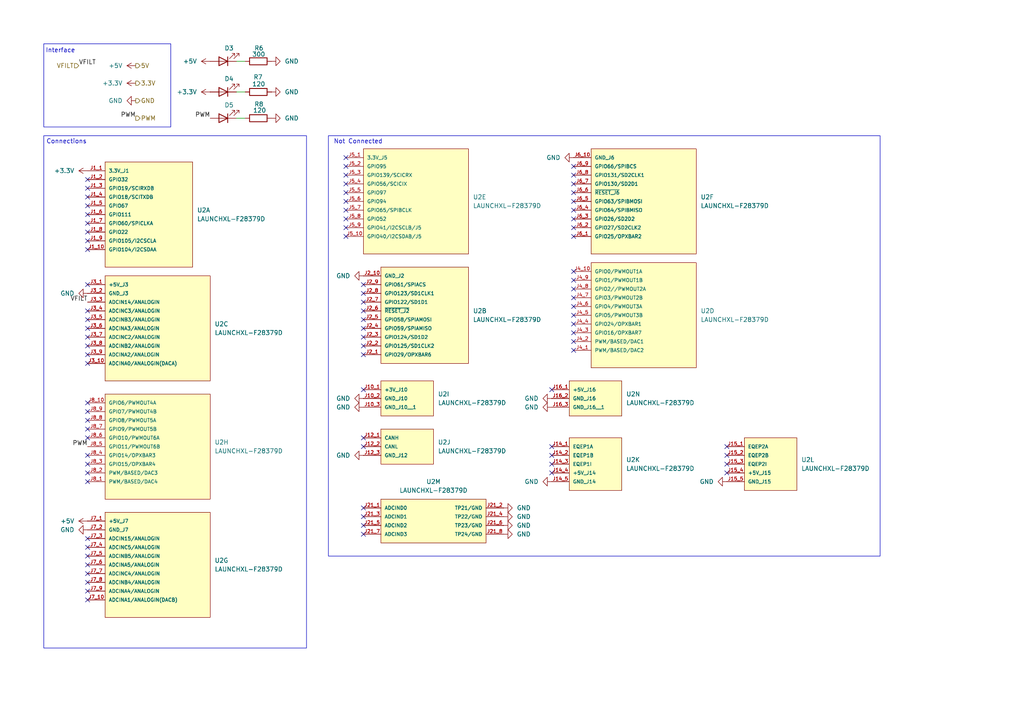
<source format=kicad_sch>
(kicad_sch (version 20231120) (generator "eeschema") (generator_version "8.0")
  (paper "A4")
  (title_block (title "Buck Converter") (date "2025-01-11") (rev "V0") (company "Adam DePinto & Adam Giannetti"))
  (lib_symbols
    (symbol "Device:R" (pin_numbers hide) (pin_names (offset 0))
      (property "Reference" "R" (at 2.032 0 90))
      (property "Value" "R" (at 0 0 90))
      (symbol "R_0_1"
        (rectangle (start -1.016 -2.54) (end 1.016 2.54) (stroke (width 0.254)))
      )
      (symbol "R_1_1"
        (pin passive line (at 0 3.81 270) (length 1.27) (name "~") (number "1"))
        (pin passive line (at 0 -3.81 90) (length 1.27) (name "~") (number "2"))
      )
    )
    (symbol "LAUNCHXL-F28379D:LAUNCHXL-F28379D" (pin_names (offset 1.016))
      (property "Reference" "U" (at -12.2428 15.9258 0))
      (property "Value" "LAUNCHXL-F28379D" (at -12.7 -17.272 0))
      (symbol "LAUNCHXL-F28379D_1_0"
        (rectangle (start -12.7 -15.24) (end 12.7 15.24) (stroke (width 0.1524)) (fill (type background)))
        (pin power_in line (at -17.78 12.7 0) (length 5.08) (name "3.3V_J1") (number "J1_1"))
        (pin bidirectional line (at -17.78 -10.16 0) (length 5.08) (name "GPIO104/I2CSDAA") (number "J1_10"))
        (pin bidirectional line (at -17.78 10.16 0) (length 5.08) (name "GPIO32") (number "J1_2"))
        (pin bidirectional line (at -17.78 7.62 0) (length 5.08) (name "GPIO19/SCIRXDB") (number "J1_3"))
        (pin bidirectional line (at -17.78 5.08 0) (length 5.08) (name "GPIO18/SCITXDB") (number "J1_4"))
        (pin bidirectional line (at -17.78 2.54 0) (length 5.08) (name "GPIO67") (number "J1_5"))
        (pin bidirectional line (at -17.78 0 0) (length 5.08) (name "GPIO111") (number "J1_6"))
        (pin bidirectional line (at -17.78 -2.54 0) (length 5.08) (name "GPIO60/SPICLKA") (number "J1_7"))
        (pin bidirectional line (at -17.78 -5.08 0) (length 5.08) (name "GPIO22") (number "J1_8"))
        (pin bidirectional line (at -17.78 -7.62 0) (length 5.08) (name "GPIO105/I2CSCLA") (number "J1_9"))
      )
      (symbol "LAUNCHXL-F28379D_2_0"
        (rectangle (start -12.7 -12.7) (end 12.7 15.24) (stroke (width 0.1524)) (fill (type background)))
        (pin bidirectional line (at -17.78 -10.16 0) (length 5.08) (name "GPIO29/OPXBAR6") (number "J2_1"))
        (pin power_in line (at -17.78 12.7 0) (length 5.08) (name "GND_J2") (number "J2_10"))
        (pin bidirectional line (at -17.78 -7.62 0) (length 5.08) (name "GPIO125/SD1CLK2") (number "J2_2"))
        (pin bidirectional line (at -17.78 -5.08 0) (length 5.08) (name "GPIO124/SD1D2") (number "J2_3"))
        (pin bidirectional line (at -17.78 -2.54 0) (length 5.08) (name "GPIO59/SPIAMISO") (number "J2_4"))
        (pin bidirectional line (at -17.78 0 0) (length 5.08) (name "GPIO58/SPIAMOSI") (number "J2_5"))
        (pin bidirectional line (at -17.78 2.54 0) (length 5.08) (name "~{RESET_J2}") (number "J2_6"))
        (pin bidirectional line (at -17.78 5.08 0) (length 5.08) (name "GPIO122/SD1D1") (number "J2_7"))
        (pin bidirectional line (at -17.78 7.62 0) (length 5.08) (name "GPIO123/SD1CLK1") (number "J2_8"))
        (pin bidirectional line (at -17.78 10.16 0) (length 5.08) (name "GPIO61/SPIACS") (number "J2_9"))
      )
      (symbol "LAUNCHXL-F28379D_3_0"
        (rectangle (start -15.24 -15.24) (end 15.24 15.24) (stroke (width 0.1524)) (fill (type background)))
        (pin power_in line (at -20.32 12.7 0) (length 5.08) (name "+5V_J3") (number "J3_1"))
        (pin bidirectional line (at -20.32 -10.16 0) (length 5.08) (name "ADCINA0/ANALOGIN(DACA)") (number "J3_10"))
        (pin power_in line (at -20.32 10.16 0) (length 5.08) (name "GND_J3") (number "J3_2"))
        (pin bidirectional line (at -20.32 7.62 0) (length 5.08) (name "ADCIN14/ANALOGIN") (number "J3_3"))
        (pin bidirectional line (at -20.32 5.08 0) (length 5.08) (name "ADCINC3/ANALOGIN") (number "J3_4"))
        (pin bidirectional line (at -20.32 2.54 0) (length 5.08) (name "ADCINB3/ANALOGIN") (number "J3_5"))
        (pin bidirectional line (at -20.32 0 0) (length 5.08) (name "ADCINA3/ANALOGIN") (number "J3_6"))
        (pin bidirectional line (at -20.32 -2.54 0) (length 5.08) (name "ADCINC2/ANALOGIN") (number "J3_7"))
        (pin bidirectional line (at -20.32 -5.08 0) (length 5.08) (name "ADCINB2/ANALOGIN") (number "J3_8"))
        (pin bidirectional line (at -20.32 -7.62 0) (length 5.08) (name "ADCINA2/ANALOGIN") (number "J3_9"))
      )
      (symbol "LAUNCHXL-F28379D_4_0"
        (rectangle (start -15.24 -15.24) (end 15.24 15.24) (stroke (width 0.1524)) (fill (type background)))
        (pin bidirectional line (at -20.32 -10.16 0) (length 5.08) (name "PWM/BASED/DAC2") (number "J4_1"))
        (pin bidirectional line (at -20.32 12.7 0) (length 5.08) (name "GPIO0/PWMOUT1A") (number "J4_10"))
        (pin bidirectional line (at -20.32 -7.62 0) (length 5.08) (name "PWM/BASED/DAC1") (number "J4_2"))
        (pin bidirectional line (at -20.32 -5.08 0) (length 5.08) (name "GPIO16/OPXBAR7") (number "J4_3"))
        (pin bidirectional line (at -20.32 -2.54 0) (length 5.08) (name "GPIO24/OPXBAR1") (number "J4_4"))
        (pin bidirectional line (at -20.32 0 0) (length 5.08) (name "GPIO5/PWMOUT3B") (number "J4_5"))
        (pin bidirectional line (at -20.32 2.54 0) (length 5.08) (name "GPIO4/PWMOUT3A") (number "J4_6"))
        (pin bidirectional line (at -20.32 5.08 0) (length 5.08) (name "GPIO3/PWMOUT2B") (number "J4_7"))
        (pin bidirectional line (at -20.32 7.62 0) (length 5.08) (name "GPIO2//PWMOUT2A") (number "J4_8"))
        (pin bidirectional line (at -20.32 10.16 0) (length 5.08) (name "GPIO1/PWMOUT1B") (number "J4_9"))
      )
      (symbol "LAUNCHXL-F28379D_5_0"
        (rectangle (start -15.24 -15.24) (end 15.24 15.24) (stroke (width 0.1524)) (fill (type background)))
        (pin power_in line (at -20.32 12.7 0) (length 5.08) (name "3.3V_J5") (number "J5_1"))
        (pin bidirectional line (at -20.32 -10.16 0) (length 5.08) (name "GPIO40/I2CSDAB/J5") (number "J5_10"))
        (pin bidirectional line (at -20.32 10.16 0) (length 5.08) (name "GPIO95") (number "J5_2"))
        (pin bidirectional line (at -20.32 7.62 0) (length 5.08) (name "GPIO139/SCICRX") (number "J5_3"))
        (pin bidirectional line (at -20.32 5.08 0) (length 5.08) (name "GPIO56/SCICIX") (number "J5_4"))
        (pin bidirectional line (at -20.32 2.54 0) (length 5.08) (name "GPIO97") (number "J5_5"))
        (pin bidirectional line (at -20.32 0 0) (length 5.08) (name "GPIO94") (number "J5_6"))
        (pin bidirectional line (at -20.32 -2.54 0) (length 5.08) (name "GPIO65/SPIBCLK") (number "J5_7"))
        (pin bidirectional line (at -20.32 -5.08 0) (length 5.08) (name "GPIO52") (number "J5_8"))
        (pin bidirectional line (at -20.32 -7.62 0) (length 5.08) (name "GPIO41/I2CSCLB/J5") (number "J5_9"))
      )
      (symbol "LAUNCHXL-F28379D_6_0"
        (rectangle (start -15.24 -15.24) (end 15.24 15.24) (stroke (width 0.1524)) (fill (type background)))
        (pin bidirectional line (at -20.32 -10.16 0) (length 5.08) (name "GPIO25/OPXBAR2") (number "J6_1"))
        (pin power_in line (at -20.32 12.7 0) (length 5.08) (name "GND_J6") (number "J6_10"))
        (pin bidirectional line (at -20.32 -7.62 0) (length 5.08) (name "GPIO27/SD2CLK2") (number "J6_2"))
        (pin bidirectional line (at -20.32 -5.08 0) (length 5.08) (name "GPIO26/SD2D2") (number "J6_3"))
        (pin bidirectional line (at -20.32 -2.54 0) (length 5.08) (name "GPIO64/SPIBMISO") (number "J6_4"))
        (pin bidirectional line (at -20.32 0 0) (length 5.08) (name "GPIO63/SPIBMOSI") (number "J6_5"))
        (pin bidirectional line (at -20.32 2.54 0) (length 5.08) (name "~{RESET_J6}") (number "J6_6"))
        (pin bidirectional line (at -20.32 5.08 0) (length 5.08) (name "GPIO130/SD2D1") (number "J6_7"))
        (pin bidirectional line (at -20.32 7.62 0) (length 5.08) (name "GPIO131/SD2CLK1") (number "J6_8"))
        (pin bidirectional line (at -20.32 10.16 0) (length 5.08) (name "GPIO66/SPIBCS") (number "J6_9"))
      )
      (symbol "LAUNCHXL-F28379D_7_0"
        (rectangle (start -15.24 -15.24) (end 15.24 15.24) (stroke (width 0.1524)) (fill (type background)))
        (pin power_in line (at -20.32 12.7 0) (length 5.08) (name "+5V_J7") (number "J7_1"))
        (pin bidirectional line (at -20.32 -10.16 0) (length 5.08) (name "ADCINA1/ANALOGIN(DACB)") (number "J7_10"))
        (pin power_in line (at -20.32 10.16 0) (length 5.08) (name "GND_J7") (number "J7_2"))
        (pin bidirectional line (at -20.32 7.62 0) (length 5.08) (name "ADCIN15/ANALOGIN") (number "J7_3"))
        (pin bidirectional line (at -20.32 5.08 0) (length 5.08) (name "ADCINC5/ANALOGIN") (number "J7_4"))
        (pin bidirectional line (at -20.32 2.54 0) (length 5.08) (name "ADCINB5/ANALOGIN") (number "J7_5"))
        (pin bidirectional line (at -20.32 0 0) (length 5.08) (name "ADCINA5/ANALOGIN") (number "J7_6"))
        (pin bidirectional line (at -20.32 -2.54 0) (length 5.08) (name "ADCINC4/ANALOGIN") (number "J7_7"))
        (pin bidirectional line (at -20.32 -5.08 0) (length 5.08) (name "ADCINB4/ANALOGIN") (number "J7_8"))
        (pin bidirectional line (at -20.32 -7.62 0) (length 5.08) (name "ADCINA4/ANALOGIN") (number "J7_9"))
      )
      (symbol "LAUNCHXL-F28379D_8_0"
        (rectangle (start -15.24 -15.24) (end 15.24 15.24) (stroke (width 0.1524)) (fill (type background)))
        (pin bidirectional line (at -20.32 -10.16 0) (length 5.08) (name "PWM/BASED/DAC4") (number "J8_1"))
        (pin bidirectional line (at -20.32 12.7 0) (length 5.08) (name "GPIO6/PWMOUT4A") (number "J8_10"))
        (pin bidirectional line (at -20.32 -7.62 0) (length 5.08) (name "PWM/BASED/DAC3") (number "J8_2"))
        (pin bidirectional line (at -20.32 -5.08 0) (length 5.08) (name "GPIO15/OPXBAR4") (number "J8_3"))
        (pin bidirectional line (at -20.32 -2.54 0) (length 5.08) (name "GPIO14/OPXBAR3") (number "J8_4"))
        (pin bidirectional line (at -20.32 0 0) (length 5.08) (name "GPIO11/PWMOUT6B") (number "J8_5"))
        (pin bidirectional line (at -20.32 2.54 0) (length 5.08) (name "GPIO10/PWMOUT6A") (number "J8_6"))
        (pin bidirectional line (at -20.32 5.08 0) (length 5.08) (name "GPIO9/PWMOUT5B") (number "J8_7"))
        (pin bidirectional line (at -20.32 7.62 0) (length 5.08) (name "GPIO8/PWMOUT5A") (number "J8_8"))
        (pin bidirectional line (at -20.32 10.16 0) (length 5.08) (name "GPIO7/PWMOUT4B") (number "J8_9"))
      )
      (symbol "LAUNCHXL-F28379D_9_0"
        (rectangle (start -7.62 -7.62) (end 7.62 2.54) (stroke (width 0.1524)) (fill (type background)))
        (pin power_in line (at -12.7 0 0) (length 5.08) (name "+3V_J10") (number "J10_1"))
        (pin power_in line (at -12.7 -2.54 0) (length 5.08) (name "GND_J10") (number "J10_2"))
        (pin power_in line (at -12.7 -5.08 0) (length 5.08) (name "GND_J10__1") (number "J10_3"))
      )
      (symbol "LAUNCHXL-F28379D_10_0"
        (rectangle (start -7.62 -5.08) (end 7.62 5.08) (stroke (width 0.1524)) (fill (type background)))
        (pin bidirectional line (at -12.7 2.54 0) (length 5.08) (name "CANH") (number "J12_1"))
        (pin bidirectional line (at -12.7 0 0) (length 5.08) (name "CANL") (number "J12_2"))
        (pin power_in line (at -12.7 -2.54 0) (length 5.08) (name "GND_J12") (number "J12_3"))
      )
      (symbol "LAUNCHXL-F28379D_11_0"
        (rectangle (start -7.62 -7.62) (end 7.62 7.62) (stroke (width 0.1524)) (fill (type background)))
        (pin bidirectional line (at -12.7 5.08 0) (length 5.08) (name "EQEP1A") (number "J14_1"))
        (pin bidirectional line (at -12.7 2.54 0) (length 5.08) (name "EQEP1B") (number "J14_2"))
        (pin bidirectional line (at -12.7 0 0) (length 5.08) (name "EQEP1I") (number "J14_3"))
        (pin power_in line (at -12.7 -2.54 0) (length 5.08) (name "+5V_J14") (number "J14_4"))
        (pin power_in line (at -12.7 -5.08 0) (length 5.08) (name "GND_J14") (number "J14_5"))
      )
      (symbol "LAUNCHXL-F28379D_12_0"
        (rectangle (start -7.62 -7.62) (end 7.62 7.62) (stroke (width 0.1524)) (fill (type background)))
        (pin bidirectional line (at -12.7 5.08 0) (length 5.08) (name "EQEP2A") (number "J15_1"))
        (pin bidirectional line (at -12.7 2.54 0) (length 5.08) (name "EQEP2B") (number "J15_2"))
        (pin bidirectional line (at -12.7 0 0) (length 5.08) (name "EQEP2I") (number "J15_3"))
        (pin power_in line (at -12.7 -2.54 0) (length 5.08) (name "+5V_J15") (number "J15_4"))
        (pin power_in line (at -12.7 -5.08 0) (length 5.08) (name "GND_J15") (number "J15_5"))
      )
      (symbol "LAUNCHXL-F28379D_13_0"
        (rectangle (start -15.24 -7.62) (end 15.24 5.08) (stroke (width 0.1524)) (fill (type background)))
        (pin input line (at -20.32 2.54 0) (length 5.08) (name "ADCIND0") (number "J21_1"))
        (pin power_in line (at 20.32 2.54 180) (length 5.08) (name "TP21/GND") (number "J21_2"))
        (pin input line (at -20.32 0 0) (length 5.08) (name "ADCIND1") (number "J21_3"))
        (pin power_in line (at 20.32 0 180) (length 5.08) (name "TP22/GND") (number "J21_4"))
        (pin input line (at -20.32 -2.54 0) (length 5.08) (name "ADCIND2") (number "J21_5"))
        (pin power_in line (at 20.32 -2.54 180) (length 5.08) (name "TP23/GND") (number "J21_6"))
        (pin input line (at -20.32 -5.08 0) (length 5.08) (name "ADCIND3") (number "J21_7"))
        (pin power_in line (at 20.32 -5.08 180) (length 5.08) (name "TP24/GND") (number "J21_8"))
      )
      (symbol "LAUNCHXL-F28379D_14_0"
        (rectangle (start -7.62 -5.08) (end 7.62 5.08) (stroke (width 0.1524)) (fill (type background)))
        (pin power_in line (at -12.7 2.54 0) (length 5.08) (name "+5V_J16") (number "J16_1"))
        (pin power_in line (at -12.7 0 0) (length 5.08) (name "GND_J16") (number "J16_2"))
        (pin power_in line (at -12.7 -2.54 0) (length 5.08) (name "GND_J16__1") (number "J16_3"))
      )
    )
    (symbol "LED:IR26-21C_L110_TR8" (pin_numbers hide) (pin_names (offset 1.016) hide)
      (property "Reference" "D" (at 0 2.54 0))
      (property "Value" "IR26-21C_L110_TR8" (at 0 -3.81 0))
      (symbol "IR26-21C_L110_TR8_0_1"
        (polyline (pts (xy -1.27 -1.27) (xy -1.27 1.27)) (stroke (width 0.254)))
        (polyline (pts (xy -1.27 0) (xy 1.27 0)))
        (polyline (pts (xy 1.27 -1.27) (xy 1.27 1.27) (xy -1.27 0) (xy 1.27 -1.27)) (stroke (width 0.254)))
        (polyline (pts (xy -3.048 -0.762) (xy -4.572 -2.286) (xy -3.81 -2.286) (xy -4.572 -2.286) (xy -4.572 -1.524)))
        (polyline (pts (xy -1.778 -0.762) (xy -3.302 -2.286) (xy -2.54 -2.286) (xy -3.302 -2.286) (xy -3.302 -1.524)))
      )
      (symbol "IR26-21C_L110_TR8_1_1"
        (pin passive line (at -3.81 0 0) (length 2.54) (name "K") (number "1"))
        (pin passive line (at 3.81 0 180) (length 2.54) (name "A") (number "2"))
      )
    )
    (symbol "power:+3.3V" (power) (pin_numbers hide) (pin_names (offset 0) hide)
      (property "Value" "+3.3V" (at 0 3.556 0))
      (symbol "+3.3V_0_1"
        (polyline (pts (xy -0.762 1.27) (xy 0 2.54)))
        (polyline (pts (xy 0 0) (xy 0 2.54)))
        (polyline (pts (xy 0 2.54) (xy 0.762 1.27)))
      )
      (symbol "+3.3V_1_1"
        (pin power_in line (at 0 0 90) (length 0) (name "~") (number "1"))
      )
    )
    (symbol "power:+5V" (power) (pin_numbers hide) (pin_names (offset 0) hide)
      (property "Value" "+5V" (at 0 3.556 0))
      (symbol "+5V_0_1"
        (polyline (pts (xy -0.762 1.27) (xy 0 2.54)))
        (polyline (pts (xy 0 0) (xy 0 2.54)))
        (polyline (pts (xy 0 2.54) (xy 0.762 1.27)))
      )
      (symbol "+5V_1_1"
        (pin power_in line (at 0 0 90) (length 0) (name "~") (number "1"))
      )
    )
    (symbol "power:GND" (power) (pin_numbers hide) (pin_names (offset 0) hide)
      (property "Value" "GND" (at 0 -3.81 0))
      (symbol "GND_0_1"
        (polyline (pts (xy 0 0) (xy 0 -1.27) (xy 1.27 -1.27) (xy 0 -2.54) (xy -1.27 -1.27) (xy 0 -1.27)))
      )
      (symbol "GND_1_1"
        (pin power_in line (at 0 0 270) (length 0) (name "~") (number "1"))
      )
    )
  )
  (no_connect (at 25.4 166.37))
  (no_connect (at 25.4 95.25))
  (no_connect (at 166.37 86.36))
  (no_connect (at 100.33 66.04))
  (no_connect (at 105.41 154.94))
  (no_connect (at 105.41 90.17))
  (no_connect (at 210.82 132.08))
  (no_connect (at 166.37 78.74))
  (no_connect (at 210.82 134.62))
  (no_connect (at 166.37 63.5))
  (no_connect (at 166.37 81.28))
  (no_connect (at 105.41 113.03))
  (no_connect (at 25.4 137.16))
  (no_connect (at 25.4 90.17))
  (no_connect (at 160.02 129.54))
  (no_connect (at 25.4 54.61))
  (no_connect (at 100.33 50.8))
  (no_connect (at 210.82 129.54))
  (no_connect (at 105.41 147.32))
  (no_connect (at 105.41 129.54))
  (no_connect (at 166.37 50.8))
  (no_connect (at 105.41 87.63))
  (no_connect (at 166.37 60.96))
  (no_connect (at 25.4 121.92))
  (no_connect (at 25.4 92.71))
  (no_connect (at 100.33 58.42))
  (no_connect (at 105.41 149.86))
  (no_connect (at 25.4 173.99))
  (no_connect (at 100.33 68.58))
  (no_connect (at 166.37 88.9))
  (no_connect (at 210.82 137.16))
  (no_connect (at 105.41 92.71))
  (no_connect (at 166.37 66.04))
  (no_connect (at 160.02 137.16))
  (no_connect (at 100.33 45.72))
  (no_connect (at 25.4 52.07))
  (no_connect (at 166.37 48.26))
  (no_connect (at 25.4 67.31))
  (no_connect (at 25.4 161.29))
  (no_connect (at 25.4 105.41))
  (no_connect (at 100.33 55.88))
  (no_connect (at 100.33 53.34))
  (no_connect (at 25.4 171.45))
  (no_connect (at 166.37 68.58))
  (no_connect (at 25.4 156.21))
  (no_connect (at 25.4 102.87))
  (no_connect (at 166.37 55.88))
  (no_connect (at 25.4 139.7))
  (no_connect (at 25.4 132.08))
  (no_connect (at 105.41 82.55))
  (no_connect (at 25.4 134.62))
  (no_connect (at 166.37 83.82))
  (no_connect (at 160.02 113.03))
  (no_connect (at 25.4 100.33))
  (no_connect (at 25.4 127))
  (no_connect (at 100.33 63.5))
  (no_connect (at 166.37 93.98))
  (no_connect (at 25.4 116.84))
  (no_connect (at 166.37 101.6))
  (no_connect (at 25.4 124.46))
  (no_connect (at 160.02 134.62))
  (no_connect (at 105.41 95.25))
  (no_connect (at 25.4 168.91))
  (no_connect (at 25.4 64.77))
  (no_connect (at 25.4 82.55))
  (no_connect (at 25.4 57.15))
  (no_connect (at 105.41 102.87))
  (no_connect (at 25.4 158.75))
  (no_connect (at 25.4 59.69))
  (no_connect (at 25.4 97.79))
  (no_connect (at 25.4 69.85))
  (no_connect (at 166.37 91.44))
  (no_connect (at 160.02 132.08))
  (no_connect (at 25.4 72.39))
  (no_connect (at 105.41 127))
  (no_connect (at 25.4 62.23))
  (no_connect (at 105.41 97.79))
  (no_connect (at 25.4 163.83))
  (no_connect (at 166.37 96.52))
  (no_connect (at 105.41 85.09))
  (no_connect (at 105.41 100.33))
  (no_connect (at 100.33 48.26))
  (no_connect (at 166.37 99.06))
  (no_connect (at 25.4 119.38))
  (no_connect (at 166.37 58.42))
  (no_connect (at 105.41 152.4))
  (no_connect (at 166.37 53.34))
  (no_connect (at 100.33 60.96))
  (wire (pts (xy 68.58 26.67) (xy 71.12 26.67)))
  (wire (pts (xy 68.58 17.78) (xy 71.12 17.78)))
  (wire (pts (xy 68.58 34.29) (xy 71.12 34.29)))
  (rectangle (start 12.7 39.37) (end 88.9 187.96))
  (rectangle (start 95.25 39.37) (end 255.27 161.29))
  (rectangle (start 12.7 12.7) (end 49.53 36.83))
  (text "Connections" (at 19.304 41.148 0) (effects (font (size 1.27 1.27))))
  (text "Interface" (at 17.526 14.732 0) (effects (font (size 1.27 1.27))))
  (text "Not Connected" (at 103.886 41.148 0) (effects (font (size 1.27 1.27))))
  (label "VFILT" (at 22.86 19.05 0))
  (label "PWM" (at 25.4 129.54 180))
  (label "PWM" (at 60.96 34.29 180))
  (label "PWM" (at 39.37 34.29 180))
  (label "VFILT" (at 25.4 87.63 180))
  (hierarchical_label "3.3V" (shape output) (at 39.37 24.13 0))
  (hierarchical_label "5V" (shape output) (at 39.37 19.05 0))
  (hierarchical_label "VFILT" (shape input) (at 22.86 19.05 180))
  (hierarchical_label "PWM" (shape output) (at 39.37 34.29 0))
  (hierarchical_label "GND" (shape output) (at 39.37 29.21 0))
  (symbol (lib_id "power:GND") (at 166.37 45.72 270) (unit 1)
    (property "Reference" "#PWR026" (effects (hide yes)))
    (property "Value" "GND" (at 162.56 45.7199 90) (effects (justify right)))
    (property "Description" "Power symbol creates a global label with name \"GND\" , ground" (effects (hide yes)))
  )
  (symbol (lib_id "LAUNCHXL-F28379D:LAUNCHXL-F28379D") (at 186.69 91.44 0) (unit 4)
    (property "Reference" "U2" (at 203.2 90.1699 0) (effects (justify left)))
    (property "Value" "LAUNCHXL-F28379D" (at 203.2 92.7099 0) (effects (justify left)))
    (property "Footprint" "LAUNCHXL_F28379D:MOD_LAUNCHXL-F28379D" (effects (hide yes)))
    (property "Datasheet" "https://www.digikey.ca/en/products/detail/texas-instruments/LAUNCHXL-F28379D/7219341?s=N4IgTCBcDaIDIEECqA5AwgCQBpwLQDEwAOAZgHYBOAERAF0BfIA" (effects (hide yes)))
    (property "Description" "MCU" (effects (hide yes)))
    (property "PARTREV" "2.0" (effects (hide yes)))
    (property "STANDARD" "Manufacturer Recommendations" (effects (hide yes)))
    (property "MANUFACTURER" "Texas Instruments" (effects (hide yes)))
    (property "Part Number" "LAUNCHXL-F28379D" (effects (hide yes)))
  )
  (symbol (lib_id "power:GND") (at 160.02 115.57 270) (unit 1)
    (property "Reference" "#PWR034" (effects (hide yes)))
    (property "Value" "GND" (at 156.21 115.5699 90) (effects (justify right)))
    (property "Description" "Power symbol creates a global label with name \"GND\" , ground" (effects (hide yes)))
  )
  (symbol (lib_id "LAUNCHXL-F28379D:LAUNCHXL-F28379D") (at 118.11 129.54 0) (unit 10)
    (property "Reference" "U2" (at 127 128.2699 0) (effects (justify left)))
    (property "Value" "LAUNCHXL-F28379D" (at 127 130.8099 0) (effects (justify left)))
    (property "Footprint" "LAUNCHXL_F28379D:MOD_LAUNCHXL-F28379D" (effects (hide yes)))
    (property "Datasheet" "https://www.digikey.ca/en/products/detail/texas-instruments/LAUNCHXL-F28379D/7219341?s=N4IgTCBcDaIDIEECqA5AwgCQBpwLQDEwAOAZgHYBOAERAF0BfIA" (effects (hide yes)))
    (property "Description" "MCU" (effects (hide yes)))
    (property "PARTREV" "2.0" (effects (hide yes)))
    (property "STANDARD" "Manufacturer Recommendations" (effects (hide yes)))
    (property "MANUFACTURER" "Texas Instruments" (effects (hide yes)))
    (property "Part Number" "LAUNCHXL-F28379D" (effects (hide yes)))
  )
  (symbol (lib_id "LAUNCHXL-F28379D:LAUNCHXL-F28379D") (at 120.65 58.42 0) (unit 5)
    (property "Reference" "U2" (at 137.16 57.1499 0) (effects (justify left)))
    (property "Value" "LAUNCHXL-F28379D" (at 137.16 59.6899 0) (effects (justify left)))
    (property "Footprint" "LAUNCHXL_F28379D:MOD_LAUNCHXL-F28379D" (effects (hide yes)))
    (property "Datasheet" "https://www.digikey.ca/en/products/detail/texas-instruments/LAUNCHXL-F28379D/7219341?s=N4IgTCBcDaIDIEECqA5AwgCQBpwLQDEwAOAZgHYBOAERAF0BfIA" (effects (hide yes)))
    (property "Description" "MCU" (effects (hide yes)))
    (property "PARTREV" "2.0" (effects (hide yes)))
    (property "STANDARD" "Manufacturer Recommendations" (effects (hide yes)))
    (property "MANUFACTURER" "Texas Instruments" (effects (hide yes)))
    (property "Part Number" "LAUNCHXL-F28379D" (effects (hide yes)))
  )
  (symbol (lib_id "LAUNCHXL-F28379D:LAUNCHXL-F28379D") (at 172.72 134.62 0) (unit 11)
    (property "Reference" "U2" (at 181.61 133.3499 0) (effects (justify left)))
    (property "Value" "LAUNCHXL-F28379D" (at 181.61 135.8899 0) (effects (justify left)))
    (property "Footprint" "LAUNCHXL_F28379D:MOD_LAUNCHXL-F28379D" (effects (hide yes)))
    (property "Datasheet" "https://www.digikey.ca/en/products/detail/texas-instruments/LAUNCHXL-F28379D/7219341?s=N4IgTCBcDaIDIEECqA5AwgCQBpwLQDEwAOAZgHYBOAERAF0BfIA" (effects (hide yes)))
    (property "Description" "MCU" (effects (hide yes)))
    (property "PARTREV" "2.0" (effects (hide yes)))
    (property "STANDARD" "Manufacturer Recommendations" (effects (hide yes)))
    (property "MANUFACTURER" "Texas Instruments" (effects (hide yes)))
    (property "Part Number" "LAUNCHXL-F28379D" (effects (hide yes)))
  )
  (symbol (lib_id "LED:IR26-21C_L110_TR8") (at 64.77 34.29 180) (unit 1)
    (property "Reference" "D5" (at 65.0874 30.48 0) (effects (justify right)))
    (property "Value" "LTST-C190GKT" (effects (hide yes)))
    (property "Footprint" "LED_SMD:LED_0603_1608Metric_Pad1.05x0.95mm_HandSolder" (effects (hide yes)))
    (property "Datasheet" "https://www.digikey.ca/en/products/detail/liteon/LTST-C190GKT/269230" (effects (hide yes)))
    (property "Description" "Green 569nm LED Indication - Discrete 2.1V 0603 (1608 Metric)" (effects (hide yes)))
    (property "Part Number" "LTST-C190GKT" (effects (hide yes)))
  )
  (symbol (lib_id "power:+3.3V") (at 39.37 24.13 90) (mirror x) (unit 1)
    (property "Reference" "#PWR018" (effects (hide yes)))
    (property "Value" "+3.3V" (at 35.56 24.1299 90) (effects (justify left)))
    (property "Description" "Power symbol creates a global label with name \"+3.3V\"" (effects (hide yes)))
  )
  (symbol (lib_id "power:GND") (at 146.05 149.86 90) (mirror x) (unit 1)
    (property "Reference" "#PWR031" (effects (hide yes)))
    (property "Value" "GND" (at 149.86 149.8599 90) (effects (justify right)))
    (property "Description" "Power symbol creates a global label with name \"GND\" , ground" (effects (hide yes)))
  )
  (symbol (lib_id "power:+3.3V") (at 25.4 49.53 90) (mirror x) (unit 1)
    (property "Reference" "#PWR021" (effects (hide yes)))
    (property "Value" "+3.3V" (at 21.59 49.5299 90) (effects (justify left)))
    (property "Description" "Power symbol creates a global label with name \"+3.3V\"" (effects (hide yes)))
  )
  (symbol (lib_id "Device:R") (at 74.93 26.67 90) (unit 1)
    (property "Reference" "R7" (at 76.2 22.352 90) (effects (justify left)))
    (property "Value" "120" (at 76.962 24.384 90) (effects (justify left)))
    (property "Footprint" "Resistor_SMD:R_0805_2012Metric_Pad1.20x1.40mm_HandSolder" (effects (hide yes)))
    (property "Datasheet" "https://www.digikey.ca/en/products/detail/stackpole-electronics-inc/RMCF0805FT120R/1712658" (effects (hide yes)))
    (property "Description" "Resistor" (effects (hide yes)))
    (property "Part Number" "RMCF0805FT120R" (effects (hide yes)))
  )
  (symbol (lib_id "LED:IR26-21C_L110_TR8") (at 64.77 17.78 180) (unit 1)
    (property "Reference" "D3" (at 65.0874 13.97 0) (effects (justify right)))
    (property "Value" "LTST-C190GKT" (effects (hide yes)))
    (property "Footprint" "LED_SMD:LED_0603_1608Metric_Pad1.05x0.95mm_HandSolder" (effects (hide yes)))
    (property "Datasheet" "https://www.digikey.ca/en/products/detail/liteon/LTST-C190GKT/269230" (effects (hide yes)))
    (property "Description" "Green 569nm LED Indication - Discrete 2.1V 0603 (1608 Metric)" (effects (hide yes)))
    (property "Part Number" "LTST-C190GKT" (effects (hide yes)))
  )
  (symbol (lib_id "power:GND") (at 105.41 80.01 270) (unit 1)
    (property "Reference" "#PWR023" (effects (hide yes)))
    (property "Value" "GND" (at 101.6 80.0099 90) (effects (justify right)))
    (property "Description" "Power symbol creates a global label with name \"GND\" , ground" (effects (hide yes)))
  )
  (symbol (lib_id "power:+3.3V") (at 60.96 26.67 90) (mirror x) (unit 1)
    (property "Reference" "#PWR047" (effects (hide yes)))
    (property "Value" "+3.3V" (at 57.15 26.6699 90) (effects (justify left)))
    (property "Description" "Power symbol creates a global label with name \"+3.3V\"" (effects (hide yes)))
  )
  (symbol (lib_id "LAUNCHXL-F28379D:LAUNCHXL-F28379D") (at 118.11 113.03 0) (unit 9)
    (property "Reference" "U2" (at 127 114.2999 0) (effects (justify left)))
    (property "Value" "LAUNCHXL-F28379D" (at 127 116.8399 0) (effects (justify left)))
    (property "Footprint" "LAUNCHXL_F28379D:MOD_LAUNCHXL-F28379D" (effects (hide yes)))
    (property "Datasheet" "https://www.digikey.ca/en/products/detail/texas-instruments/LAUNCHXL-F28379D/7219341?s=N4IgTCBcDaIDIEECqA5AwgCQBpwLQDEwAOAZgHYBOAERAF0BfIA" (effects (hide yes)))
    (property "Description" "MCU" (effects (hide yes)))
    (property "PARTREV" "2.0" (effects (hide yes)))
    (property "STANDARD" "Manufacturer Recommendations" (effects (hide yes)))
    (property "MANUFACTURER" "Texas Instruments" (effects (hide yes)))
    (property "Part Number" "LAUNCHXL-F28379D" (effects (hide yes)))
  )
  (symbol (lib_id "power:GND") (at 146.05 152.4 90) (mirror x) (unit 1)
    (property "Reference" "#PWR032" (effects (hide yes)))
    (property "Value" "GND" (at 149.86 152.3999 90) (effects (justify right)))
    (property "Description" "Power symbol creates a global label with name \"GND\" , ground" (effects (hide yes)))
  )
  (symbol (lib_id "power:GND") (at 78.74 26.67 90) (mirror x) (unit 1)
    (property "Reference" "#PWR049" (effects (hide yes)))
    (property "Value" "GND" (at 82.55 26.6699 90) (effects (justify right)))
    (property "Description" "Power symbol creates a global label with name \"GND\" , ground" (effects (hide yes)))
  )
  (symbol (lib_id "power:+5V") (at 25.4 151.13 90) (unit 1)
    (property "Reference" "#PWR022" (effects (hide yes)))
    (property "Value" "+5V" (at 21.59 151.1299 90) (effects (justify left)))
    (property "Description" "Power symbol creates a global label with name \"+5V\"" (effects (hide yes)))
  )
  (symbol (lib_id "LAUNCHXL-F28379D:LAUNCHXL-F28379D") (at 45.72 95.25 0) (unit 3)
    (property "Reference" "U2" (at 62.23 93.9799 0) (effects (justify left)))
    (property "Value" "LAUNCHXL-F28379D" (at 62.23 96.5199 0) (effects (justify left)))
    (property "Footprint" "LAUNCHXL_F28379D:MOD_LAUNCHXL-F28379D" (effects (hide yes)))
    (property "Datasheet" "https://www.digikey.ca/en/products/detail/texas-instruments/LAUNCHXL-F28379D/7219341?s=N4IgTCBcDaIDIEECqA5AwgCQBpwLQDEwAOAZgHYBOAERAF0BfIA" (effects (hide yes)))
    (property "Description" "MCU" (effects (hide yes)))
    (property "PARTREV" "2.0" (effects (hide yes)))
    (property "STANDARD" "Manufacturer Recommendations" (effects (hide yes)))
    (property "MANUFACTURER" "Texas Instruments" (effects (hide yes)))
    (property "Part Number" "LAUNCHXL-F28379D" (effects (hide yes)))
  )
  (symbol (lib_id "power:GND") (at 25.4 85.09 270) (unit 1)
    (property "Reference" "#PWR024" (effects (hide yes)))
    (property "Value" "GND" (at 21.59 85.0899 90) (effects (justify right)))
    (property "Description" "Power symbol creates a global label with name \"GND\" , ground" (effects (hide yes)))
  )
  (symbol (lib_id "power:GND") (at 160.02 139.7 270) (unit 1)
    (property "Reference" "#PWR036" (effects (hide yes)))
    (property "Value" "GND" (at 156.21 139.6999 90) (effects (justify right)))
    (property "Description" "Power symbol creates a global label with name \"GND\" , ground" (effects (hide yes)))
  )
  (symbol (lib_id "power:GND") (at 78.74 34.29 90) (mirror x) (unit 1)
    (property "Reference" "#PWR050" (effects (hide yes)))
    (property "Value" "GND" (at 82.55 34.2899 90) (effects (justify right)))
    (property "Description" "Power symbol creates a global label with name \"GND\" , ground" (effects (hide yes)))
  )
  (symbol (lib_id "power:GND") (at 105.41 132.08 270) (unit 1)
    (property "Reference" "#PWR029" (effects (hide yes)))
    (property "Value" "GND" (at 101.6 132.0799 90) (effects (justify right)))
    (property "Description" "Power symbol creates a global label with name \"GND\" , ground" (effects (hide yes)))
  )
  (symbol (lib_id "power:GND") (at 210.82 139.7 270) (unit 1)
    (property "Reference" "#PWR037" (effects (hide yes)))
    (property "Value" "GND" (at 207.01 139.6999 90) (effects (justify right)))
    (property "Description" "Power symbol creates a global label with name \"GND\" , ground" (effects (hide yes)))
  )
  (symbol (lib_id "power:GND") (at 160.02 118.11 270) (unit 1)
    (property "Reference" "#PWR035" (effects (hide yes)))
    (property "Value" "GND" (at 156.21 118.1099 90) (effects (justify right)))
    (property "Description" "Power symbol creates a global label with name \"GND\" , ground" (effects (hide yes)))
  )
  (symbol (lib_id "power:GND") (at 146.05 154.94 90) (mirror x) (unit 1)
    (property "Reference" "#PWR033" (effects (hide yes)))
    (property "Value" "GND" (at 149.86 154.9399 90) (effects (justify right)))
    (property "Description" "Power symbol creates a global label with name \"GND\" , ground" (effects (hide yes)))
  )
  (symbol (lib_id "power:GND") (at 25.4 153.67 270) (unit 1)
    (property "Reference" "#PWR025" (effects (hide yes)))
    (property "Value" "GND" (at 21.59 153.6699 90) (effects (justify right)))
    (property "Description" "Power symbol creates a global label with name \"GND\" , ground" (effects (hide yes)))
  )
  (symbol (lib_id "LAUNCHXL-F28379D:LAUNCHXL-F28379D") (at 223.52 134.62 0) (unit 12)
    (property "Reference" "U2" (at 232.41 133.3499 0) (effects (justify left)))
    (property "Value" "LAUNCHXL-F28379D" (at 232.41 135.8899 0) (effects (justify left)))
    (property "Footprint" "LAUNCHXL_F28379D:MOD_LAUNCHXL-F28379D" (effects (hide yes)))
    (property "Datasheet" "https://www.digikey.ca/en/products/detail/texas-instruments/LAUNCHXL-F28379D/7219341?s=N4IgTCBcDaIDIEECqA5AwgCQBpwLQDEwAOAZgHYBOAERAF0BfIA" (effects (hide yes)))
    (property "Description" "MCU" (effects (hide yes)))
    (property "PARTREV" "2.0" (effects (hide yes)))
    (property "STANDARD" "Manufacturer Recommendations" (effects (hide yes)))
    (property "MANUFACTURER" "Texas Instruments" (effects (hide yes)))
    (property "Part Number" "LAUNCHXL-F28379D" (effects (hide yes)))
  )
  (symbol (lib_id "power:+5V") (at 60.96 17.78 90) (unit 1)
    (property "Reference" "#PWR046" (effects (hide yes)))
    (property "Value" "+5V" (at 57.15 17.7799 90) (effects (justify left)))
    (property "Description" "Power symbol creates a global label with name \"+5V\"" (effects (hide yes)))
  )
  (symbol (lib_id "LAUNCHXL-F28379D:LAUNCHXL-F28379D") (at 186.69 58.42 0) (unit 6)
    (property "Reference" "U2" (at 203.2 57.1499 0) (effects (justify left)))
    (property "Value" "LAUNCHXL-F28379D" (at 203.2 59.6899 0) (effects (justify left)))
    (property "Footprint" "LAUNCHXL_F28379D:MOD_LAUNCHXL-F28379D" (effects (hide yes)))
    (property "Datasheet" "https://www.digikey.ca/en/products/detail/texas-instruments/LAUNCHXL-F28379D/7219341?s=N4IgTCBcDaIDIEECqA5AwgCQBpwLQDEwAOAZgHYBOAERAF0BfIA" (effects (hide yes)))
    (property "Description" "MCU" (effects (hide yes)))
    (property "PARTREV" "2.0" (effects (hide yes)))
    (property "STANDARD" "Manufacturer Recommendations" (effects (hide yes)))
    (property "MANUFACTURER" "Texas Instruments" (effects (hide yes)))
    (property "Part Number" "LAUNCHXL-F28379D" (effects (hide yes)))
  )
  (symbol (lib_id "power:GND") (at 78.74 17.78 90) (mirror x) (unit 1)
    (property "Reference" "#PWR048" (effects (hide yes)))
    (property "Value" "GND" (at 82.55 17.7799 90) (effects (justify right)))
    (property "Description" "Power symbol creates a global label with name \"GND\" , ground" (effects (hide yes)))
  )
  (symbol (lib_id "Device:R") (at 74.93 34.29 90) (unit 1)
    (property "Reference" "R8" (at 76.454 30.226 90) (effects (justify left)))
    (property "Value" "120" (at 77.216 32.004 90) (effects (justify left)))
    (property "Footprint" "Resistor_SMD:R_0805_2012Metric_Pad1.20x1.40mm_HandSolder" (effects (hide yes)))
    (property "Datasheet" "https://www.digikey.ca/en/products/detail/stackpole-electronics-inc/RMCF0805FT120R/1712658" (effects (hide yes)))
    (property "Description" "Resistor" (effects (hide yes)))
    (property "Part Number" "RMCF0805FT120R" (effects (hide yes)))
  )
  (symbol (lib_id "LAUNCHXL-F28379D:LAUNCHXL-F28379D") (at 125.73 149.86 0) (unit 13)
    (property "Reference" "U2" (at 125.73 139.7 0))
    (property "Value" "LAUNCHXL-F28379D" (at 125.73 142.24 0))
    (property "Footprint" "LAUNCHXL_F28379D:MOD_LAUNCHXL-F28379D" (effects (hide yes)))
    (property "Datasheet" "https://www.digikey.ca/en/products/detail/texas-instruments/LAUNCHXL-F28379D/7219341?s=N4IgTCBcDaIDIEECqA5AwgCQBpwLQDEwAOAZgHYBOAERAF0BfIA" (effects (hide yes)))
    (property "Description" "MCU" (effects (hide yes)))
    (property "PARTREV" "2.0" (effects (hide yes)))
    (property "STANDARD" "Manufacturer Recommendations" (effects (hide yes)))
    (property "MANUFACTURER" "Texas Instruments" (effects (hide yes)))
    (property "Part Number" "LAUNCHXL-F28379D" (effects (hide yes)))
  )
  (symbol (lib_id "LAUNCHXL-F28379D:LAUNCHXL-F28379D") (at 45.72 163.83 0) (unit 7)
    (property "Reference" "U2" (at 62.23 162.5599 0) (effects (justify left)))
    (property "Value" "LAUNCHXL-F28379D" (at 62.23 165.0999 0) (effects (justify left)))
    (property "Footprint" "LAUNCHXL_F28379D:MOD_LAUNCHXL-F28379D" (effects (hide yes)))
    (property "Datasheet" "https://www.digikey.ca/en/products/detail/texas-instruments/LAUNCHXL-F28379D/7219341?s=N4IgTCBcDaIDIEECqA5AwgCQBpwLQDEwAOAZgHYBOAERAF0BfIA" (effects (hide yes)))
    (property "Description" "MCU" (effects (hide yes)))
    (property "PARTREV" "2.0" (effects (hide yes)))
    (property "STANDARD" "Manufacturer Recommendations" (effects (hide yes)))
    (property "MANUFACTURER" "Texas Instruments" (effects (hide yes)))
    (property "Part Number" "LAUNCHXL-F28379D" (effects (hide yes)))
  )
  (symbol (lib_id "LAUNCHXL-F28379D:LAUNCHXL-F28379D") (at 43.18 62.23 0) (unit 1)
    (property "Reference" "U2" (at 57.15 60.9599 0) (effects (justify left)))
    (property "Value" "LAUNCHXL-F28379D" (at 57.15 63.4999 0) (effects (justify left)))
    (property "Footprint" "LAUNCHXL_F28379D:MOD_LAUNCHXL-F28379D" (effects (hide yes)))
    (property "Datasheet" "https://www.digikey.ca/en/products/detail/texas-instruments/LAUNCHXL-F28379D/7219341?s=N4IgTCBcDaIDIEECqA5AwgCQBpwLQDEwAOAZgHYBOAERAF0BfIA" (effects (hide yes)))
    (property "Description" "MCU" (effects (hide yes)))
    (property "PARTREV" "2.0" (effects (hide yes)))
    (property "STANDARD" "Manufacturer Recommendations" (effects (hide yes)))
    (property "MANUFACTURER" "Texas Instruments" (effects (hide yes)))
    (property "Part Number" "LAUNCHXL-F28379D" (effects (hide yes)))
  )
  (symbol (lib_id "power:GND") (at 105.41 115.57 270) (unit 1)
    (property "Reference" "#PWR027" (effects (hide yes)))
    (property "Value" "GND" (at 101.6 115.5699 90) (effects (justify right)))
    (property "Description" "Power symbol creates a global label with name \"GND\" , ground" (effects (hide yes)))
  )
  (symbol (lib_id "power:GND") (at 146.05 147.32 90) (mirror x) (unit 1)
    (property "Reference" "#PWR030" (effects (hide yes)))
    (property "Value" "GND" (at 149.86 147.3199 90) (effects (justify right)))
    (property "Description" "Power symbol creates a global label with name \"GND\" , ground" (effects (hide yes)))
  )
  (symbol (lib_id "LAUNCHXL-F28379D:LAUNCHXL-F28379D") (at 123.19 92.71 0) (unit 2)
    (property "Reference" "U2" (at 137.16 90.1699 0) (effects (justify left)))
    (property "Value" "LAUNCHXL-F28379D" (at 137.16 92.7099 0) (effects (justify left)))
    (property "Footprint" "LAUNCHXL_F28379D:MOD_LAUNCHXL-F28379D" (effects (hide yes)))
    (property "Datasheet" "https://www.digikey.ca/en/products/detail/texas-instruments/LAUNCHXL-F28379D/7219341?s=N4IgTCBcDaIDIEECqA5AwgCQBpwLQDEwAOAZgHYBOAERAF0BfIA" (effects (hide yes)))
    (property "Description" "MCU" (effects (hide yes)))
    (property "PARTREV" "2.0" (effects (hide yes)))
    (property "STANDARD" "Manufacturer Recommendations" (effects (hide yes)))
    (property "MANUFACTURER" "Texas Instruments" (effects (hide yes)))
    (property "Part Number" "LAUNCHXL-F28379D" (effects (hide yes)))
  )
  (symbol (lib_id "LED:IR26-21C_L110_TR8") (at 64.77 26.67 180) (unit 1)
    (property "Reference" "D4" (at 65.0874 22.86 0) (effects (justify right)))
    (property "Value" "LTST-C190GKT" (effects (hide yes)))
    (property "Footprint" "LED_SMD:LED_0603_1608Metric_Pad1.05x0.95mm_HandSolder" (effects (hide yes)))
    (property "Datasheet" "https://www.digikey.ca/en/products/detail/liteon/LTST-C190GKT/269230" (effects (hide yes)))
    (property "Description" "Green 569nm LED Indication - Discrete 2.1V 0603 (1608 Metric)" (effects (hide yes)))
    (property "Part Number" "LTST-C190GKT" (effects (hide yes)))
  )
  (symbol (lib_id "power:+5V") (at 39.37 19.05 90) (unit 1)
    (property "Reference" "#PWR019" (effects (hide yes)))
    (property "Value" "+5V" (at 35.56 19.0499 90) (effects (justify left)))
    (property "Description" "Power symbol creates a global label with name \"+5V\"" (effects (hide yes)))
  )
  (symbol (lib_id "power:GND") (at 105.41 118.11 270) (unit 1)
    (property "Reference" "#PWR028" (effects (hide yes)))
    (property "Value" "GND" (at 101.6 118.1099 90) (effects (justify right)))
    (property "Description" "Power symbol creates a global label with name \"GND\" , ground" (effects (hide yes)))
  )
  (symbol (lib_id "LAUNCHXL-F28379D:LAUNCHXL-F28379D") (at 45.72 129.54 0) (unit 8)
    (property "Reference" "U2" (at 62.23 128.2699 0) (effects (justify left)))
    (property "Value" "LAUNCHXL-F28379D" (at 62.23 130.8099 0) (effects (justify left)))
    (property "Footprint" "LAUNCHXL_F28379D:MOD_LAUNCHXL-F28379D" (effects (hide yes)))
    (property "Datasheet" "https://www.digikey.ca/en/products/detail/texas-instruments/LAUNCHXL-F28379D/7219341?s=N4IgTCBcDaIDIEECqA5AwgCQBpwLQDEwAOAZgHYBOAERAF0BfIA" (effects (hide yes)))
    (property "Description" "MCU" (effects (hide yes)))
    (property "PARTREV" "2.0" (effects (hide yes)))
    (property "STANDARD" "Manufacturer Recommendations" (effects (hide yes)))
    (property "MANUFACTURER" "Texas Instruments" (effects (hide yes)))
    (property "Part Number" "LAUNCHXL-F28379D" (effects (hide yes)))
  )
  (symbol (lib_id "Device:R") (at 74.93 17.78 90) (unit 1)
    (property "Reference" "R6" (at 76.454 13.97 90) (effects (justify left)))
    (property "Value" "300" (at 76.962 15.748 90) (effects (justify left)))
    (property "Footprint" "Resistor_SMD:R_0805_2012Metric_Pad1.20x1.40mm_HandSolder" (effects (hide yes)))
    (property "Datasheet" "https://www.digikey.ca/en/products/detail/stackpole-electronics-inc/RMCF0805JT300R/1711975" (effects (hide yes)))
    (property "Description" "Resistor" (effects (hide yes)))
    (property "Part Number" "RMCF0805JT300R" (effects (hide yes)))
  )
  (symbol (lib_id "LAUNCHXL-F28379D:LAUNCHXL-F28379D") (at 172.72 115.57 0) (unit 14)
    (property "Reference" "U2" (at 181.61 114.2999 0) (effects (justify left)))
    (property "Value" "LAUNCHXL-F28379D" (at 181.61 116.8399 0) (effects (justify left)))
    (property "Footprint" "LAUNCHXL_F28379D:MOD_LAUNCHXL-F28379D" (effects (hide yes)))
    (property "Datasheet" "https://www.digikey.ca/en/products/detail/texas-instruments/LAUNCHXL-F28379D/7219341?s=N4IgTCBcDaIDIEECqA5AwgCQBpwLQDEwAOAZgHYBOAERAF0BfIA" (effects (hide yes)))
    (property "Description" "MCU" (effects (hide yes)))
    (property "PARTREV" "2.0" (effects (hide yes)))
    (property "STANDARD" "Manufacturer Recommendations" (effects (hide yes)))
    (property "MANUFACTURER" "Texas Instruments" (effects (hide yes)))
    (property "Part Number" "LAUNCHXL-F28379D" (effects (hide yes)))
  )
  (symbol (lib_id "power:GND") (at 39.37 29.21 270) (unit 1)
    (property "Reference" "#PWR020" (effects (hide yes)))
    (property "Value" "GND" (at 35.56 29.2099 90) (effects (justify right)))
    (property "Description" "Power symbol creates a global label with name \"GND\" , ground" (effects (hide yes)))
  )
)
</source>
